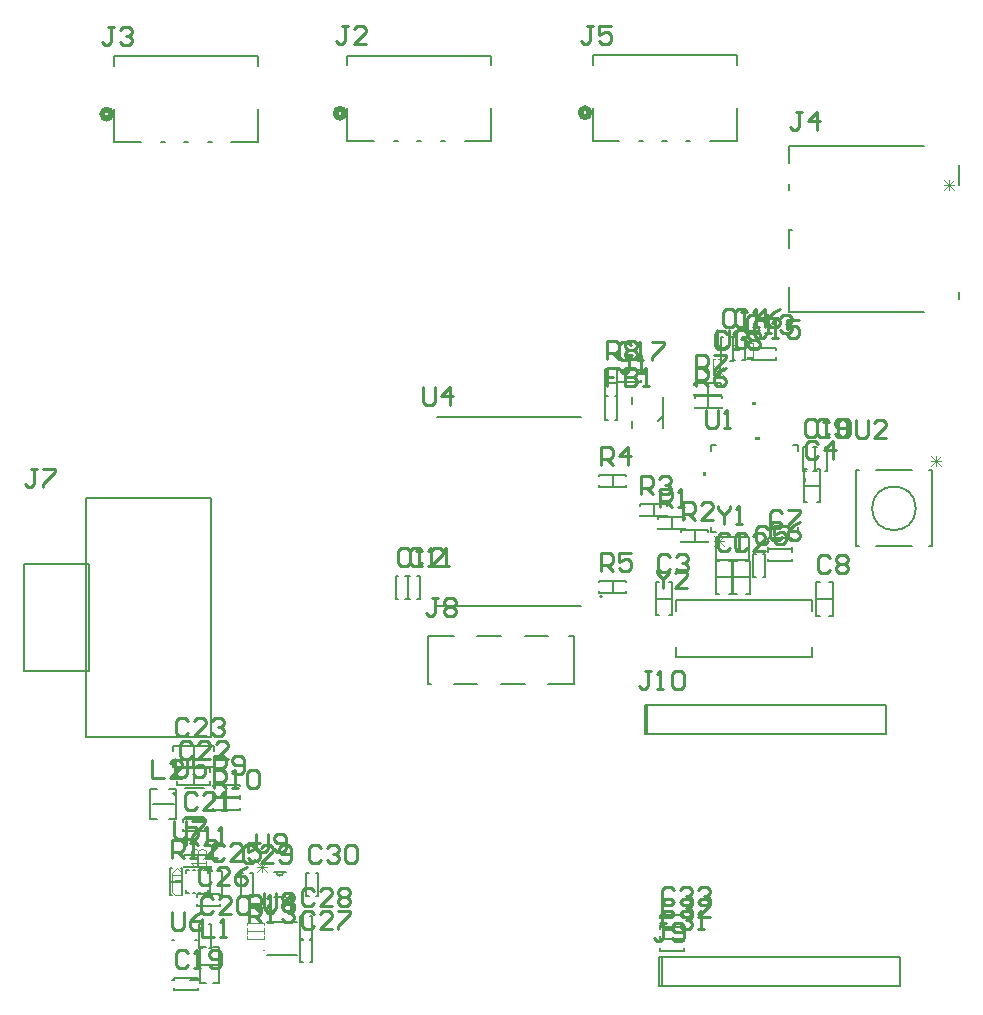
<source format=gbr>
G04*
G04 #@! TF.GenerationSoftware,Altium Limited,Altium Designer,24.4.1 (13)*
G04*
G04 Layer_Color=65535*
%FSLAX44Y44*%
%MOMM*%
G71*
G04*
G04 #@! TF.SameCoordinates,85F95AA7-1CD2-4A53-B858-D1680FFA15A6*
G04*
G04*
G04 #@! TF.FilePolarity,Positive*
G04*
G01*
G75*
%ADD10C,0.5080*%
%ADD11C,0.1524*%
%ADD12C,0.2000*%
%ADD13C,0.1270*%
%ADD14C,0.1500*%
%ADD15C,0.1000*%
%ADD16C,0.0762*%
%ADD17C,0.2540*%
G36*
X580352Y444655D02*
Y440845D01*
X577812D01*
Y444655D01*
X580352D01*
D02*
G37*
G36*
X637095Y389102D02*
Y386562D01*
X640905D01*
Y389102D01*
X637095D01*
D02*
G37*
G36*
X662648Y439655D02*
Y435845D01*
X665188D01*
Y439655D01*
X662648D01*
D02*
G37*
G36*
X622095Y471398D02*
Y473938D01*
X625905D01*
Y471398D01*
X622095D01*
D02*
G37*
G36*
X623105Y503690D02*
X619295D01*
Y501150D01*
X623105D01*
Y503690D01*
D02*
G37*
G36*
X618805Y539310D02*
X614995D01*
Y541850D01*
X618805D01*
Y539310D01*
D02*
G37*
D10*
X76750Y747500D02*
G03*
X76750Y747500I-3810J0D01*
G01*
X481750Y748698D02*
G03*
X481750Y748698I-3810J0D01*
G01*
X274250Y748250D02*
G03*
X274250Y748250I-3810J0D01*
G01*
D11*
X758042Y413750D02*
G03*
X758042Y413750I-18542J0D01*
G01*
X216418Y105791D02*
G03*
X222514Y105791I3048J0D01*
G01*
X131201Y172250D02*
G03*
X131201Y172250I-1016J0D01*
G01*
X79290Y723730D02*
Y751687D01*
Y796374D02*
X201210D01*
X79290Y788313D02*
Y796374D01*
Y723730D02*
X101970D01*
X201210D02*
Y751687D01*
X118530Y723730D02*
X121970D01*
X138530D02*
X141970D01*
X158530D02*
X161970D01*
X178530D02*
X201210D01*
Y788313D02*
Y796374D01*
X484290Y724928D02*
Y752885D01*
Y797572D02*
X606210D01*
X484290Y789511D02*
Y797572D01*
Y724928D02*
X506970D01*
X606210D02*
Y752885D01*
X523530Y724928D02*
X526970D01*
X543530D02*
X546970D01*
X563530D02*
X566970D01*
X583530D02*
X606210D01*
Y789511D02*
Y797572D01*
X769137Y381492D02*
X771758D01*
X724137D02*
X754863D01*
X707242Y446008D02*
X709863D01*
X724137D02*
X754863D01*
X769137D02*
X771758D01*
Y381492D02*
Y446008D01*
X707242Y381492D02*
X709863D01*
X707242D02*
Y446008D01*
X658330Y393420D02*
Y397899D01*
X653851Y467080D02*
X658330D01*
X584670Y462601D02*
Y467080D01*
Y393420D02*
X589149D01*
X653851D02*
X658330D01*
Y462601D02*
Y467080D01*
X584670D02*
X589149D01*
X584670Y393420D02*
Y397899D01*
X214409Y84709D02*
X224523D01*
X214409Y105791D02*
X224523D01*
X398710Y789063D02*
Y797124D01*
X376030Y724480D02*
X398710D01*
X356030D02*
X359470D01*
X336030D02*
X339470D01*
X316030D02*
X319470D01*
X398710D02*
Y752437D01*
X276790Y724480D02*
X299470D01*
X276790Y789063D02*
Y797124D01*
X398710D01*
X276790Y724480D02*
Y752437D01*
X650745Y649230D02*
X653285D01*
X794255Y687383D02*
Y704692D01*
X650745Y634031D02*
Y649969D01*
Y580269D02*
X764734D01*
X650745Y706031D02*
Y720731D01*
X764734D01*
X794255Y590768D02*
Y596617D01*
X650745Y683031D02*
Y687969D01*
Y580269D02*
Y600969D01*
X155613Y88475D02*
X158521D01*
X139979D02*
X142886D01*
X158521D02*
Y90977D01*
X155613Y107525D02*
X158521D01*
X139979Y105023D02*
Y107525D01*
X142886D01*
X139979Y88475D02*
Y90977D01*
X145611Y107525D02*
X147888D01*
X158521Y105023D02*
Y107525D01*
X150612D02*
X152889D01*
X145611Y88475D02*
X147888D01*
X150612D02*
X152889D01*
X161198Y220335D02*
Y422265D01*
X55280D02*
X161198D01*
X55280Y220335D02*
Y422265D01*
Y220335D02*
X161198D01*
X57820Y276088D02*
Y366512D01*
X3210D02*
X57820D01*
X3210Y276088D02*
Y366512D01*
Y276088D02*
X57820D01*
X139503Y152431D02*
X154997D01*
X139503Y177069D02*
X154997D01*
D12*
X492500Y338950D02*
G03*
X492500Y338950I-1000J0D01*
G01*
X205900Y39500D02*
G03*
X205900Y39500I-500J0D01*
G01*
X615250Y391750D02*
G03*
X615250Y391750I-500J0D01*
G01*
X143775Y14525D02*
X149025D01*
X128025D02*
X129525D01*
X128025Y48525D02*
X129525D01*
X147525D02*
X149025D01*
X162750Y12250D02*
X167750D01*
Y42250D01*
X162750D02*
X167750D01*
X151750Y12250D02*
X156750D01*
X151750D02*
Y42250D01*
X156750D01*
X151750Y27250D02*
X167750D01*
X530500Y223000D02*
Y247000D01*
X528500Y223000D02*
Y247000D01*
Y223000D02*
X732500D01*
Y247000D01*
X528500D02*
X732500D01*
X543000Y9500D02*
Y33500D01*
X541000Y9500D02*
Y33500D01*
Y9500D02*
X745000D01*
Y33500D01*
X541000D02*
X745000D01*
X366750Y265250D02*
X386750D01*
Y305250D02*
X406750D01*
Y265250D02*
X426750D01*
Y305250D02*
X446750D01*
Y265250D02*
X468750D01*
Y305250D01*
X464750D02*
X468750D01*
X344750D02*
X366750D01*
X344750Y265250D02*
Y305250D01*
Y265250D02*
X347750D01*
X518000Y482000D02*
Y488000D01*
Y502000D02*
Y508000D01*
X544000Y482000D02*
Y508000D01*
X540000Y488000D02*
X544000Y492000D01*
X555000Y287500D02*
Y296750D01*
Y326750D02*
Y336000D01*
X670500Y326750D02*
Y336000D01*
Y287500D02*
Y296750D01*
X555000Y336000D02*
X670500D01*
X555000Y287500D02*
X670500D01*
D13*
X352500Y491250D02*
X474500D01*
X352500Y331250D02*
X474500D01*
X208400Y35650D02*
X234400D01*
X208400Y63350D02*
X234400D01*
D14*
X494920Y520250D02*
X505080D01*
X494920Y508820D02*
X496190D01*
X494920D02*
Y531680D01*
X496190D01*
X503810D02*
X505080D01*
Y508820D02*
Y531680D01*
X503810Y508820D02*
X505080D01*
X603000Y559000D02*
X605000D01*
X603000Y539000D02*
Y559000D01*
Y539000D02*
X605000D01*
X611000D02*
X613000D01*
Y559000D01*
X611000D02*
X613000D01*
X639500Y547750D02*
Y549750D01*
X619500D02*
X639500D01*
X619500Y547750D02*
Y549750D01*
Y539750D02*
Y541750D01*
Y539750D02*
X639500D01*
Y541750D01*
X593000Y558500D02*
X595000D01*
X593000Y538500D02*
Y558500D01*
Y538500D02*
X595000D01*
X601000D02*
X603000D01*
Y558500D01*
X601000D02*
X603000D01*
X582250Y498420D02*
Y508580D01*
X570820Y507310D02*
Y508580D01*
X593680D01*
Y507310D02*
Y508580D01*
Y498420D02*
Y499690D01*
X570820Y498420D02*
X593680D01*
X570820D02*
Y499690D01*
X582000Y509420D02*
Y519580D01*
X570570Y518310D02*
Y519580D01*
X593430D01*
Y518310D02*
Y519580D01*
Y509420D02*
Y510690D01*
X570570Y509420D02*
X593430D01*
X570570D02*
Y510690D01*
X151350Y61650D02*
X153350D01*
X151350Y41650D02*
Y61650D01*
Y41650D02*
X153350D01*
X159350D02*
X161350D01*
Y61650D01*
X159350D02*
X161350D01*
X130000Y6000D02*
Y8000D01*
Y6000D02*
X150000D01*
Y8000D01*
Y14000D02*
Y16000D01*
X130000D02*
X150000D01*
X130000Y14000D02*
Y16000D01*
X551500Y395920D02*
Y406080D01*
X540070Y404810D02*
Y406080D01*
X562930D01*
Y404810D02*
Y406080D01*
Y395920D02*
Y397190D01*
X540070Y395920D02*
X562930D01*
X540070D02*
Y397190D01*
X672750Y445650D02*
X674750D01*
X672750D02*
Y465650D01*
X674750D01*
X680750D02*
X682750D01*
Y445650D02*
Y465650D01*
X680750Y445650D02*
X682750D01*
X561600Y59250D02*
Y61250D01*
X541600Y59250D02*
X561600D01*
X541600D02*
Y61250D01*
Y67250D02*
Y69250D01*
X561600D01*
Y67250D02*
Y69250D01*
Y49250D02*
Y51250D01*
X541600Y49250D02*
X561600D01*
X541600D02*
Y51250D01*
Y57250D02*
Y59250D01*
X561600D01*
Y57250D02*
Y59250D01*
X603500Y355500D02*
X617500D01*
X603500Y341500D02*
X606500D01*
X603500D02*
Y369500D01*
X606500D01*
X614500D02*
X617500D01*
Y341500D02*
Y369500D01*
X614500Y341500D02*
X617500D01*
X244750Y49500D02*
X246750D01*
Y29500D02*
Y49500D01*
X244750Y29500D02*
X246750D01*
X236750D02*
X238750D01*
X236750D02*
Y49500D01*
X238750D01*
X244750Y68500D02*
X246750D01*
Y48500D02*
Y68500D01*
X244750Y48500D02*
X246750D01*
X236750D02*
X238750D01*
X236750D02*
Y68500D01*
X238750D01*
X559320Y384920D02*
Y386190D01*
Y384920D02*
X582180D01*
Y386190D01*
Y393810D02*
Y395080D01*
X559320D02*
X582180D01*
X559320Y393810D02*
Y395080D01*
X570750Y384920D02*
Y395080D01*
X547430Y415810D02*
Y417080D01*
X524570D02*
X547430D01*
X524570Y415810D02*
Y417080D01*
Y406920D02*
Y408190D01*
Y406920D02*
X547430D01*
Y408190D01*
X536000Y406920D02*
Y417080D01*
X194716Y85000D02*
X196716D01*
Y105000D01*
X194716D02*
X196716D01*
X186716D02*
X188716D01*
X186716Y85000D02*
Y105000D01*
Y85000D02*
X188716D01*
X241966Y105150D02*
X243966D01*
X241966Y85150D02*
Y105150D01*
Y85150D02*
X243966D01*
X249966D02*
X251966D01*
Y105150D01*
X249966D02*
X251966D01*
X135560Y86320D02*
X136830D01*
Y109180D01*
X135560D02*
X136830D01*
X126670D02*
X127940D01*
X126670Y86320D02*
Y109180D01*
Y86320D02*
X127940D01*
X126670Y97750D02*
X136830D01*
X561600Y47250D02*
Y49250D01*
X541600D02*
X561600D01*
X541600Y47250D02*
Y49250D01*
Y39250D02*
Y41250D01*
Y39250D02*
X561600D01*
Y41250D01*
X652900Y377000D02*
Y379000D01*
X632900D02*
X652900D01*
X632900Y377000D02*
Y379000D01*
Y369000D02*
Y371000D01*
Y369000D02*
X652900D01*
Y371000D01*
X505250Y520750D02*
Y522750D01*
Y520750D02*
X525250D01*
Y522750D01*
Y528750D02*
Y530750D01*
X505250D02*
X525250D01*
X505250Y528750D02*
Y530750D01*
X146500Y194500D02*
Y212500D01*
X129500Y194500D02*
Y198500D01*
Y194500D02*
X163500D01*
Y198500D01*
Y208500D02*
Y212500D01*
X129500D02*
X163500D01*
X129500Y208500D02*
Y212500D01*
X160750Y190500D02*
Y193500D01*
X132750D02*
X160750D01*
X132750Y190500D02*
Y193500D01*
Y179500D02*
Y182500D01*
Y179500D02*
X160750D01*
Y182500D01*
X146750Y179500D02*
Y193500D01*
X162820Y169670D02*
Y170940D01*
Y169670D02*
X185680D01*
Y170940D01*
Y178560D02*
Y179830D01*
X162820D02*
X185680D01*
X162820Y178560D02*
Y179830D01*
X174250Y169670D02*
Y179830D01*
X111750Y163500D02*
X129750D01*
X109750Y176500D02*
X115750D01*
X109750Y150500D02*
Y176500D01*
Y150500D02*
X115750D01*
X125750D02*
X131750D01*
Y176500D01*
X125750D02*
X131750D01*
X185680Y167560D02*
Y168830D01*
X162820D02*
X185680D01*
X162820Y167560D02*
Y168830D01*
Y158670D02*
Y159940D01*
Y158670D02*
X185680D01*
Y159940D01*
X174250Y158670D02*
Y168830D01*
X138570Y109670D02*
Y110940D01*
Y109670D02*
X161430D01*
Y110940D01*
Y118560D02*
Y119830D01*
X138570D02*
X161430D01*
X138570Y118560D02*
Y119830D01*
X150000Y109670D02*
Y119830D01*
X157350Y148500D02*
Y150500D01*
X137350D02*
X157350D01*
X137350Y148500D02*
Y150500D01*
Y140500D02*
Y142500D01*
Y140500D02*
X157350D01*
Y142500D01*
X169250Y85000D02*
Y87000D01*
X149250D02*
X169250D01*
X149250Y85000D02*
Y87000D01*
Y77000D02*
Y79000D01*
Y77000D02*
X169250D01*
Y79000D01*
X168250Y86500D02*
X170250D01*
Y106500D01*
X168250D02*
X170250D01*
X160250D02*
X162250D01*
X160250Y86500D02*
Y106500D01*
Y86500D02*
X162250D01*
X512930Y351060D02*
Y352330D01*
X490070D02*
X512930D01*
X490070Y351060D02*
Y352330D01*
Y342170D02*
Y343440D01*
Y342170D02*
X512930D01*
Y343440D01*
X501500Y342170D02*
Y352330D01*
X512930Y441060D02*
Y442330D01*
X490070D02*
X512930D01*
X490070Y441060D02*
Y442330D01*
Y432170D02*
Y433440D01*
Y432170D02*
X512930D01*
Y433440D01*
X501500Y432170D02*
Y442330D01*
X628500Y355500D02*
X630500D01*
Y375500D01*
X628500D02*
X630500D01*
X620500D02*
X622500D01*
X620500Y355500D02*
Y375500D01*
Y355500D02*
X622500D01*
X673500Y351000D02*
X676500D01*
X673500Y323000D02*
Y351000D01*
Y323000D02*
X676500D01*
X684500D02*
X687500D01*
Y351000D01*
X684500D02*
X687500D01*
X673500Y337000D02*
X687500D01*
X328000Y356750D02*
X330000D01*
X328000Y336750D02*
Y356750D01*
Y336750D02*
X330000D01*
X336000D02*
X338000D01*
Y356750D01*
X336000D02*
X338000D01*
X652900Y387000D02*
Y389000D01*
X632900D02*
X652900D01*
X632900Y387000D02*
Y389000D01*
Y379000D02*
Y381000D01*
Y379000D02*
X652900D01*
Y381000D01*
X495000Y508750D02*
X497000D01*
X495000Y488750D02*
Y508750D01*
Y488750D02*
X497000D01*
X503000D02*
X505000D01*
Y508750D01*
X503000D02*
X505000D01*
X325750Y336750D02*
X327750D01*
Y356750D01*
X325750D02*
X327750D01*
X317750D02*
X319750D01*
X317750Y336750D02*
Y356750D01*
Y336750D02*
X319750D01*
X670750Y445650D02*
X672750D01*
Y465650D01*
X670750D02*
X672750D01*
X662750D02*
X664750D01*
X662750Y445650D02*
Y465650D01*
Y445650D02*
X664750D01*
X599500Y341500D02*
X602500D01*
Y369500D01*
X599500D02*
X602500D01*
X588500D02*
X591500D01*
X588500Y341500D02*
Y369500D01*
Y341500D02*
X591500D01*
X588500Y355500D02*
X602500D01*
X588750Y389750D02*
X616750D01*
X588750Y369750D02*
Y389750D01*
Y369750D02*
X616750D01*
Y389750D01*
X538000Y351250D02*
X541000D01*
X538000Y323250D02*
Y351250D01*
Y323250D02*
X541000D01*
X549000D02*
X552000D01*
Y351250D01*
X549000D02*
X552000D01*
X538000Y337250D02*
X552000D01*
X674250Y418750D02*
X677250D01*
Y446750D01*
X674250D02*
X677250D01*
X663250D02*
X666250D01*
X663250Y418750D02*
Y446750D01*
Y418750D02*
X666250D01*
X663250Y432750D02*
X677250D01*
D15*
X590500Y526400D02*
X592500D01*
Y539900D01*
X590500D02*
X592500D01*
X586000D02*
X588000D01*
X586000Y526400D02*
Y539900D01*
Y526400D02*
X588000D01*
X617750Y554000D02*
X619750D01*
Y540500D02*
Y554000D01*
X617750Y540500D02*
X619750D01*
X613250D02*
X615250D01*
X613250D02*
Y554000D01*
X615250D01*
X205750Y53750D02*
Y55750D01*
X191750D02*
X205750D01*
X191750Y53750D02*
Y55750D01*
Y49250D02*
Y51250D01*
Y49250D02*
X205750D01*
Y51250D01*
Y60750D02*
Y62750D01*
X191750D02*
X205750D01*
X191750Y60750D02*
Y62750D01*
Y56250D02*
Y58250D01*
Y56250D02*
X205750D01*
Y58250D01*
D16*
X778930Y457946D02*
X770466Y449482D01*
Y457946D02*
X778930Y449482D01*
X774698Y457946D02*
Y449482D01*
X770466Y453714D02*
X778930D01*
X587270Y382117D02*
X595734Y390581D01*
Y382117D02*
X587270Y390581D01*
X591502Y382117D02*
Y390581D01*
X595734Y386349D02*
X587270D01*
X200035Y114600D02*
X208499Y106136D01*
X200035D02*
X208499Y114600D01*
X200035Y110368D02*
X208499D01*
X204267Y106136D02*
Y114600D01*
X587455Y534330D02*
X595919Y525866D01*
X587455D02*
X595919Y534330D01*
X587455Y530098D02*
X595919D01*
X591687Y525866D02*
Y534330D01*
X781770Y682885D02*
X790234Y691349D01*
Y682885D02*
X781770Y691349D01*
X786002Y682885D02*
Y691349D01*
X790234Y687117D02*
X781770D01*
X128549Y96651D02*
Y105115D01*
X132781Y109347D01*
X137013Y105115D01*
Y96651D01*
Y102999D01*
X128549D01*
X137013Y97229D02*
X134897Y99345D01*
X130665D01*
X128549Y97229D01*
Y88765D01*
X130665Y86649D01*
X134897D01*
X137013Y88765D01*
X157250Y111250D02*
Y115482D01*
Y113366D01*
X144554D01*
X146670Y111250D01*
X146290Y117050D02*
X144174Y119166D01*
Y123398D01*
X146290Y125514D01*
X148406D01*
X150522Y123398D01*
Y121282D01*
Y123398D01*
X152638Y125514D01*
X154754D01*
X156870Y123398D01*
Y119166D01*
X154754Y117050D01*
D17*
X128524Y72385D02*
Y59689D01*
X131063Y57150D01*
X136142D01*
X138681Y59689D01*
Y72385D01*
X153916D02*
X148837Y69846D01*
X143759Y64767D01*
Y59689D01*
X146298Y57150D01*
X151377D01*
X153916Y59689D01*
Y62228D01*
X151377Y64767D01*
X143759D01*
X206502Y88133D02*
Y75437D01*
X209041Y72898D01*
X214119D01*
X216659Y75437D01*
Y88133D01*
X221737Y85594D02*
X224276Y88133D01*
X229355D01*
X231894Y85594D01*
Y83055D01*
X229355Y80515D01*
X231894Y77976D01*
Y75437D01*
X229355Y72898D01*
X224276D01*
X221737Y75437D01*
Y77976D01*
X224276Y80515D01*
X221737Y83055D01*
Y85594D01*
X224276Y80515D02*
X229355D01*
X153416Y66035D02*
Y50800D01*
X163573D01*
X168651D02*
X173729D01*
X171190D01*
Y66035D01*
X168651Y63496D01*
X163319Y82800D02*
X160779Y85339D01*
X155701D01*
X153162Y82800D01*
Y72643D01*
X155701Y70104D01*
X160779D01*
X163319Y72643D01*
X178554Y70104D02*
X168397D01*
X178554Y80261D01*
Y82800D01*
X176015Y85339D01*
X170936D01*
X168397Y82800D01*
X183632D02*
X186171Y85339D01*
X191250D01*
X193789Y82800D01*
Y72643D01*
X191250Y70104D01*
X186171D01*
X183632Y72643D01*
Y82800D01*
X141983Y37080D02*
X139444Y39619D01*
X134365D01*
X131826Y37080D01*
Y26923D01*
X134365Y24384D01*
X139444D01*
X141983Y26923D01*
X147061Y24384D02*
X152139D01*
X149600D01*
Y39619D01*
X147061Y37080D01*
X159757Y26923D02*
X162296Y24384D01*
X167374D01*
X169914Y26923D01*
Y37080D01*
X167374Y39619D01*
X162296D01*
X159757Y37080D01*
Y34541D01*
X162296Y32002D01*
X169914D01*
X684731Y486624D02*
X682191Y489163D01*
X677113D01*
X674574Y486624D01*
Y476467D01*
X677113Y473928D01*
X682191D01*
X684731Y476467D01*
X689809D02*
X692348Y473928D01*
X697427D01*
X699966Y476467D01*
Y486624D01*
X697427Y489163D01*
X692348D01*
X689809Y486624D01*
Y484085D01*
X692348Y481545D01*
X699966D01*
X534159Y275839D02*
X529080D01*
X531619D01*
Y263143D01*
X529080Y260604D01*
X526541D01*
X524002Y263143D01*
X539237Y260604D02*
X544315D01*
X541776D01*
Y275839D01*
X539237Y273300D01*
X551933D02*
X554472Y275839D01*
X559551D01*
X562090Y273300D01*
Y263143D01*
X559551Y260604D01*
X554472D01*
X551933Y263143D01*
Y273300D01*
X340360Y516885D02*
Y504189D01*
X342899Y501650D01*
X347977D01*
X350517Y504189D01*
Y516885D01*
X363213Y501650D02*
Y516885D01*
X355595Y509268D01*
X365752D01*
X707644Y488437D02*
Y475741D01*
X710183Y473202D01*
X715262D01*
X717801Y475741D01*
Y488437D01*
X733036Y473202D02*
X722879D01*
X733036Y483359D01*
Y485898D01*
X730497Y488437D01*
X725418D01*
X722879Y485898D01*
X580340Y496783D02*
Y484087D01*
X582879Y481548D01*
X587957D01*
X590497Y484087D01*
Y496783D01*
X595575Y481548D02*
X600653D01*
X598114D01*
Y496783D01*
X595575Y494244D01*
X484375Y822447D02*
X479296D01*
X481836D01*
Y809751D01*
X479296Y807212D01*
X476757D01*
X474218Y809751D01*
X499610Y822447D02*
X489453D01*
Y814829D01*
X494531Y817369D01*
X497071D01*
X499610Y814829D01*
Y809751D01*
X497071Y807212D01*
X491992D01*
X489453Y809751D01*
X79245Y821177D02*
X74166D01*
X76705D01*
Y808481D01*
X74166Y805942D01*
X71627D01*
X69088Y808481D01*
X84323Y818638D02*
X86862Y821177D01*
X91941D01*
X94480Y818638D01*
Y816099D01*
X91941Y813559D01*
X89401D01*
X91941D01*
X94480Y811020D01*
Y808481D01*
X91941Y805942D01*
X86862D01*
X84323Y808481D01*
X276857Y821939D02*
X271778D01*
X274317D01*
Y809243D01*
X271778Y806704D01*
X269239D01*
X266700Y809243D01*
X292092Y806704D02*
X281935D01*
X292092Y816861D01*
Y819400D01*
X289553Y821939D01*
X284474D01*
X281935Y819400D01*
X661413Y749041D02*
X656334D01*
X658874D01*
Y736345D01*
X656334Y733806D01*
X653795D01*
X651256Y736345D01*
X674109Y733806D02*
Y749041D01*
X666491Y741423D01*
X676648D01*
X253997Y126234D02*
X251458Y128773D01*
X246379D01*
X243840Y126234D01*
Y116077D01*
X246379Y113538D01*
X251458D01*
X253997Y116077D01*
X259075Y126234D02*
X261614Y128773D01*
X266693D01*
X269232Y126234D01*
Y123695D01*
X266693Y121156D01*
X264153D01*
X266693D01*
X269232Y118616D01*
Y116077D01*
X266693Y113538D01*
X261614D01*
X259075Y116077D01*
X274310Y126234D02*
X276849Y128773D01*
X281928D01*
X284467Y126234D01*
Y116077D01*
X281928Y113538D01*
X276849D01*
X274310Y116077D01*
Y126234D01*
X198625Y125980D02*
X196085Y128519D01*
X191007D01*
X188468Y125980D01*
Y115823D01*
X191007Y113284D01*
X196085D01*
X198625Y115823D01*
X213860Y113284D02*
X203703D01*
X213860Y123441D01*
Y125980D01*
X211321Y128519D01*
X206242D01*
X203703Y125980D01*
X218938Y115823D02*
X221477Y113284D01*
X226556D01*
X229095Y115823D01*
Y125980D01*
X226556Y128519D01*
X221477D01*
X218938Y125980D01*
Y123441D01*
X221477Y120901D01*
X229095D01*
X130302Y149093D02*
Y136397D01*
X132841Y133858D01*
X137920D01*
X140459Y136397D01*
Y149093D01*
X145537D02*
X155694D01*
Y146554D01*
X145537Y136397D01*
Y133858D01*
X128262Y118070D02*
Y133305D01*
X135879D01*
X138419Y130766D01*
Y125688D01*
X135879Y123148D01*
X128262D01*
X133340D02*
X138419Y118070D01*
X143497D02*
X148575D01*
X146036D01*
Y133305D01*
X143497Y130766D01*
X166350Y118070D02*
X156193D01*
X166350Y128227D01*
Y130766D01*
X163811Y133305D01*
X158732D01*
X156193Y130766D01*
X553463Y90420D02*
X550924Y92959D01*
X545845D01*
X543306Y90420D01*
Y80263D01*
X545845Y77724D01*
X550924D01*
X553463Y80263D01*
X558541Y90420D02*
X561080Y92959D01*
X566159D01*
X568698Y90420D01*
Y87881D01*
X566159Y85342D01*
X563619D01*
X566159D01*
X568698Y82802D01*
Y80263D01*
X566159Y77724D01*
X561080D01*
X558541Y80263D01*
X573776Y90420D02*
X576315Y92959D01*
X581394D01*
X583933Y90420D01*
Y87881D01*
X581394Y85342D01*
X578854D01*
X581394D01*
X583933Y82802D01*
Y80263D01*
X581394Y77724D01*
X576315D01*
X573776Y80263D01*
X553463Y80260D02*
X550924Y82799D01*
X545845D01*
X543306Y80260D01*
Y70103D01*
X545845Y67564D01*
X550924D01*
X553463Y70103D01*
X558541Y80260D02*
X561080Y82799D01*
X566159D01*
X568698Y80260D01*
Y77721D01*
X566159Y75181D01*
X563619D01*
X566159D01*
X568698Y72642D01*
Y70103D01*
X566159Y67564D01*
X561080D01*
X558541Y70103D01*
X583933Y67564D02*
X573776D01*
X583933Y77721D01*
Y80260D01*
X581394Y82799D01*
X576315D01*
X573776Y80260D01*
X553463Y70354D02*
X550924Y72893D01*
X545845D01*
X543306Y70354D01*
Y60197D01*
X545845Y57658D01*
X550924D01*
X553463Y60197D01*
X558541Y70354D02*
X561080Y72893D01*
X566159D01*
X568698Y70354D01*
Y67815D01*
X566159Y65276D01*
X563619D01*
X566159D01*
X568698Y62736D01*
Y60197D01*
X566159Y57658D01*
X561080D01*
X558541Y60197D01*
X573776Y57658D02*
X578854D01*
X576315D01*
Y72893D01*
X573776Y70354D01*
X248663Y89658D02*
X246124Y92197D01*
X241045D01*
X238506Y89658D01*
Y79501D01*
X241045Y76962D01*
X246124D01*
X248663Y79501D01*
X263898Y76962D02*
X253741D01*
X263898Y87119D01*
Y89658D01*
X261359Y92197D01*
X256280D01*
X253741Y89658D01*
X268976D02*
X271515Y92197D01*
X276594D01*
X279133Y89658D01*
Y87119D01*
X276594Y84579D01*
X279133Y82040D01*
Y79501D01*
X276594Y76962D01*
X271515D01*
X268976Y79501D01*
Y82040D01*
X271515Y84579D01*
X268976Y87119D01*
Y89658D01*
X271515Y84579D02*
X276594D01*
X644903Y400046D02*
X642364Y402585D01*
X637285D01*
X634746Y400046D01*
Y389889D01*
X637285Y387350D01*
X642364D01*
X644903Y389889D01*
X660138Y402585D02*
X655059Y400046D01*
X649981Y394967D01*
Y389889D01*
X652520Y387350D01*
X657599D01*
X660138Y389889D01*
Y392428D01*
X657599Y394967D01*
X649981D01*
X199136Y138171D02*
Y125475D01*
X201675Y122936D01*
X206754D01*
X209293Y125475D01*
Y138171D01*
X214371Y125475D02*
X216910Y122936D01*
X221989D01*
X224528Y125475D01*
Y135632D01*
X221989Y138171D01*
X216910D01*
X214371Y135632D01*
Y133093D01*
X216910Y130554D01*
X224528D01*
X193802Y70866D02*
Y86101D01*
X201420D01*
X203959Y83562D01*
Y78484D01*
X201420Y75944D01*
X193802D01*
X198880D02*
X203959Y70866D01*
X209037D02*
X214115D01*
X211576D01*
Y86101D01*
X209037Y83562D01*
X229350Y70866D02*
Y86101D01*
X221733Y78484D01*
X231890D01*
X193802Y63754D02*
Y78989D01*
X201420D01*
X203959Y76450D01*
Y71371D01*
X201420Y68832D01*
X193802D01*
X198880D02*
X203959Y63754D01*
X209037D02*
X214115D01*
X211576D01*
Y78989D01*
X209037Y76450D01*
X221733D02*
X224272Y78989D01*
X229350D01*
X231890Y76450D01*
Y73911D01*
X229350Y71371D01*
X226811D01*
X229350D01*
X231890Y68832D01*
Y66293D01*
X229350Y63754D01*
X224272D01*
X221733Y66293D01*
X139692Y128484D02*
Y143719D01*
X147310D01*
X149849Y141180D01*
Y136102D01*
X147310Y133562D01*
X139692D01*
X144770D02*
X149849Y128484D01*
X154927D02*
X160005D01*
X157466D01*
Y143719D01*
X154927Y141180D01*
X167623Y128484D02*
X172701D01*
X170162D01*
Y143719D01*
X167623Y141180D01*
X164076Y177252D02*
Y192487D01*
X171693D01*
X174233Y189948D01*
Y184869D01*
X171693Y182330D01*
X164076D01*
X169154D02*
X174233Y177252D01*
X179311D02*
X184389D01*
X181850D01*
Y192487D01*
X179311Y189948D01*
X192007D02*
X194546Y192487D01*
X199625D01*
X202164Y189948D01*
Y179791D01*
X199625Y177252D01*
X194546D01*
X192007Y179791D01*
Y189948D01*
X164076Y188428D02*
Y203663D01*
X171693D01*
X174233Y201124D01*
Y196045D01*
X171693Y193506D01*
X164076D01*
X169154D02*
X174233Y188428D01*
X179311Y190967D02*
X181850Y188428D01*
X186929D01*
X189468Y190967D01*
Y201124D01*
X186929Y203663D01*
X181850D01*
X179311Y201124D01*
Y198585D01*
X181850Y196045D01*
X189468D01*
X496570Y540512D02*
Y555747D01*
X504188D01*
X506727Y553208D01*
Y548130D01*
X504188Y545590D01*
X496570D01*
X501648D02*
X506727Y540512D01*
X511805Y553208D02*
X514344Y555747D01*
X519423D01*
X521962Y553208D01*
Y550669D01*
X519423Y548130D01*
X521962Y545590D01*
Y543051D01*
X519423Y540512D01*
X514344D01*
X511805Y543051D01*
Y545590D01*
X514344Y548130D01*
X511805Y550669D01*
Y553208D01*
X514344Y548130D02*
X519423D01*
X110998Y200655D02*
Y185420D01*
X121155D01*
X136390D02*
X126233D01*
X136390Y195577D01*
Y198116D01*
X133851Y200655D01*
X128772D01*
X126233Y198116D01*
X546605Y62479D02*
X541526D01*
X544066D01*
Y49783D01*
X541526Y47244D01*
X538987D01*
X536448Y49783D01*
X551683D02*
X554222Y47244D01*
X559301D01*
X561840Y49783D01*
Y59940D01*
X559301Y62479D01*
X554222D01*
X551683Y59940D01*
Y57401D01*
X554222Y54861D01*
X561840D01*
X353565Y338069D02*
X348486D01*
X351026D01*
Y325373D01*
X348486Y322834D01*
X345947D01*
X343408Y325373D01*
X358643Y335530D02*
X361182Y338069D01*
X366261D01*
X368800Y335530D01*
Y332991D01*
X366261Y330452D01*
X368800Y327912D01*
Y325373D01*
X366261Y322834D01*
X361182D01*
X358643Y325373D01*
Y327912D01*
X361182Y330452D01*
X358643Y332991D01*
Y335530D01*
X361182Y330452D02*
X366261D01*
X13967Y447035D02*
X8888D01*
X11428D01*
Y434339D01*
X8888Y431800D01*
X6349D01*
X3810Y434339D01*
X19045Y447035D02*
X29202D01*
Y444496D01*
X19045Y434339D01*
Y431800D01*
X248663Y70608D02*
X246124Y73147D01*
X241045D01*
X238506Y70608D01*
Y60451D01*
X241045Y57912D01*
X246124D01*
X248663Y60451D01*
X263898Y57912D02*
X253741D01*
X263898Y68069D01*
Y70608D01*
X261359Y73147D01*
X256280D01*
X253741Y70608D01*
X268976Y73147D02*
X279133D01*
Y70608D01*
X268976Y60451D01*
Y57912D01*
X161287Y107946D02*
X158748Y110485D01*
X153669D01*
X151130Y107946D01*
Y97789D01*
X153669Y95250D01*
X158748D01*
X161287Y97789D01*
X176522Y95250D02*
X166365D01*
X176522Y105407D01*
Y107946D01*
X173983Y110485D01*
X168904D01*
X166365Y107946D01*
X191757Y110485D02*
X186679Y107946D01*
X181600Y102867D01*
Y97789D01*
X184139Y95250D01*
X189218D01*
X191757Y97789D01*
Y100328D01*
X189218Y102867D01*
X181600D01*
X172209Y127504D02*
X169669Y130043D01*
X164591D01*
X162052Y127504D01*
Y117347D01*
X164591Y114808D01*
X169669D01*
X172209Y117347D01*
X187444Y114808D02*
X177287D01*
X187444Y124965D01*
Y127504D01*
X184905Y130043D01*
X179826D01*
X177287Y127504D01*
X202679Y130043D02*
X192522D01*
Y122425D01*
X197600Y124965D01*
X200140D01*
X202679Y122425D01*
Y117347D01*
X200140Y114808D01*
X195061D01*
X192522Y117347D01*
X141475Y233676D02*
X138935Y236215D01*
X133857D01*
X131318Y233676D01*
Y223519D01*
X133857Y220980D01*
X138935D01*
X141475Y223519D01*
X156710Y220980D02*
X146553D01*
X156710Y231137D01*
Y233676D01*
X154171Y236215D01*
X149092D01*
X146553Y233676D01*
X161788D02*
X164327Y236215D01*
X169406D01*
X171945Y233676D01*
Y231137D01*
X169406Y228598D01*
X166866D01*
X169406D01*
X171945Y226058D01*
Y223519D01*
X169406Y220980D01*
X164327D01*
X161788Y223519D01*
X144777Y214626D02*
X142238Y217165D01*
X137159D01*
X134620Y214626D01*
Y204469D01*
X137159Y201930D01*
X142238D01*
X144777Y204469D01*
X160012Y201930D02*
X149855D01*
X160012Y212087D01*
Y214626D01*
X157473Y217165D01*
X152394D01*
X149855Y214626D01*
X175247Y201930D02*
X165090D01*
X175247Y212087D01*
Y214626D01*
X172708Y217165D01*
X167629D01*
X165090Y214626D01*
X149349Y171446D02*
X146810Y173985D01*
X141731D01*
X139192Y171446D01*
Y161289D01*
X141731Y158750D01*
X146810D01*
X149349Y161289D01*
X164584Y158750D02*
X154427D01*
X164584Y168907D01*
Y171446D01*
X162045Y173985D01*
X156966D01*
X154427Y171446D01*
X169662Y158750D02*
X174741D01*
X172201D01*
Y173985D01*
X169662Y171446D01*
X598167Y561336D02*
X595628Y563875D01*
X590549D01*
X588010Y561336D01*
Y551179D01*
X590549Y548640D01*
X595628D01*
X598167Y551179D01*
X603245Y548640D02*
X608323D01*
X605784D01*
Y563875D01*
X603245Y561336D01*
X615941D02*
X618480Y563875D01*
X623559D01*
X626098Y561336D01*
Y558797D01*
X623559Y556258D01*
X626098Y553718D01*
Y551179D01*
X623559Y548640D01*
X618480D01*
X615941Y551179D01*
Y553718D01*
X618480Y556258D01*
X615941Y558797D01*
Y561336D01*
X618480Y556258D02*
X623559D01*
X517141Y551938D02*
X514602Y554477D01*
X509523D01*
X506984Y551938D01*
Y541781D01*
X509523Y539242D01*
X514602D01*
X517141Y541781D01*
X522219Y539242D02*
X527297D01*
X524758D01*
Y554477D01*
X522219Y551938D01*
X534915Y554477D02*
X545072D01*
Y551938D01*
X534915Y541781D01*
Y539242D01*
X538856Y361705D02*
Y359166D01*
X543934Y354088D01*
X549013Y359166D01*
Y361705D01*
X543934Y354088D02*
Y346470D01*
X564248D02*
X554091D01*
X564248Y356627D01*
Y359166D01*
X561709Y361705D01*
X556630D01*
X554091Y359166D01*
X590296Y416047D02*
Y413508D01*
X595374Y408429D01*
X600453Y413508D01*
Y416047D01*
X595374Y408429D02*
Y400812D01*
X605531D02*
X610609D01*
X608070D01*
Y416047D01*
X605531Y413508D01*
X131056Y201885D02*
Y189189D01*
X133595Y186650D01*
X138673D01*
X141213Y189189D01*
Y201885D01*
X156448D02*
X146291D01*
Y194268D01*
X151369Y196807D01*
X153909D01*
X156448Y194268D01*
Y189189D01*
X153909Y186650D01*
X148830D01*
X146291Y189189D01*
X589280Y564637D02*
Y551941D01*
X591819Y549402D01*
X596898D01*
X599437Y551941D01*
Y564637D01*
X604515Y562098D02*
X607054Y564637D01*
X612133D01*
X614672Y562098D01*
Y559559D01*
X612133Y557020D01*
X609593D01*
X612133D01*
X614672Y554480D01*
Y551941D01*
X612133Y549402D01*
X607054D01*
X604515Y551941D01*
X571754Y528066D02*
Y543301D01*
X579371D01*
X581911Y540762D01*
Y535684D01*
X579371Y533144D01*
X571754D01*
X576832D02*
X581911Y528066D01*
X586989Y543301D02*
X597146D01*
Y540762D01*
X586989Y530605D01*
Y528066D01*
X572008Y517144D02*
Y532379D01*
X579626D01*
X582165Y529840D01*
Y524762D01*
X579626Y522222D01*
X572008D01*
X577086D02*
X582165Y517144D01*
X597400Y532379D02*
X592321Y529840D01*
X587243Y524762D01*
Y519683D01*
X589782Y517144D01*
X594861D01*
X597400Y519683D01*
Y522222D01*
X594861Y524762D01*
X587243D01*
X491236Y360934D02*
Y376169D01*
X498853D01*
X501393Y373630D01*
Y368551D01*
X498853Y366012D01*
X491236D01*
X496314D02*
X501393Y360934D01*
X516628Y376169D02*
X506471D01*
Y368551D01*
X511549Y371091D01*
X514089D01*
X516628Y368551D01*
Y363473D01*
X514089Y360934D01*
X509010D01*
X506471Y363473D01*
X491236Y450850D02*
Y466085D01*
X498853D01*
X501393Y463546D01*
Y458467D01*
X498853Y455928D01*
X491236D01*
X496314D02*
X501393Y450850D01*
X514089D02*
Y466085D01*
X506471Y458467D01*
X516628D01*
X525730Y425668D02*
Y440903D01*
X533348D01*
X535887Y438364D01*
Y433285D01*
X533348Y430746D01*
X525730D01*
X530808D02*
X535887Y425668D01*
X540965Y438364D02*
X543504Y440903D01*
X548583D01*
X551122Y438364D01*
Y435825D01*
X548583Y433285D01*
X546043D01*
X548583D01*
X551122Y430746D01*
Y428207D01*
X548583Y425668D01*
X543504D01*
X540965Y428207D01*
X560528Y403570D02*
Y418805D01*
X568145D01*
X570685Y416266D01*
Y411188D01*
X568145Y408648D01*
X560528D01*
X565606D02*
X570685Y403570D01*
X585920D02*
X575763D01*
X585920Y413727D01*
Y416266D01*
X583381Y418805D01*
X578302D01*
X575763Y416266D01*
X541224Y414746D02*
Y429981D01*
X548842D01*
X551381Y427442D01*
Y422364D01*
X548842Y419824D01*
X541224D01*
X546302D02*
X551381Y414746D01*
X556459D02*
X561537D01*
X558998D01*
Y429981D01*
X556459Y427442D01*
X517649Y543809D02*
X512570D01*
X515109D01*
Y531113D01*
X512570Y528574D01*
X510031D01*
X507492Y531113D01*
X522727Y528574D02*
X527805D01*
X525266D01*
Y543809D01*
X522727Y541270D01*
X506981Y532379D02*
X496824D01*
Y524762D01*
X501902D01*
X496824D01*
Y517144D01*
X512059Y532379D02*
Y517144D01*
X519677D01*
X522216Y519683D01*
Y522222D01*
X519677Y524762D01*
X512059D01*
X519677D01*
X522216Y527301D01*
Y529840D01*
X519677Y532379D01*
X512059D01*
X527294Y517144D02*
X532373D01*
X529833D01*
Y532379D01*
X527294Y529840D01*
X614931Y580132D02*
X612392Y582671D01*
X607313D01*
X604774Y580132D01*
Y569975D01*
X607313Y567436D01*
X612392D01*
X614931Y569975D01*
X620009Y567436D02*
X625087D01*
X622548D01*
Y582671D01*
X620009Y580132D01*
X642862Y582671D02*
X637783Y580132D01*
X632705Y575053D01*
Y569975D01*
X635244Y567436D01*
X640322D01*
X642862Y569975D01*
Y572514D01*
X640322Y575053D01*
X632705D01*
X631441Y570734D02*
X628901Y573273D01*
X623823D01*
X621284Y570734D01*
Y560577D01*
X623823Y558038D01*
X628901D01*
X631441Y560577D01*
X636519Y558038D02*
X641597D01*
X639058D01*
Y573273D01*
X636519Y570734D01*
X659372Y573273D02*
X649215D01*
Y565656D01*
X654293Y568195D01*
X656833D01*
X659372Y565656D01*
Y560577D01*
X656833Y558038D01*
X651754D01*
X649215Y560577D01*
X605025Y579624D02*
X602486Y582163D01*
X597407D01*
X594868Y579624D01*
Y569467D01*
X597407Y566928D01*
X602486D01*
X605025Y569467D01*
X610103Y566928D02*
X615181D01*
X612642D01*
Y582163D01*
X610103Y579624D01*
X630416Y566928D02*
Y582163D01*
X622799Y574546D01*
X632956D01*
X625345Y575306D02*
X622805Y577845D01*
X617727D01*
X615188Y575306D01*
Y565149D01*
X617727Y562610D01*
X622805D01*
X625345Y565149D01*
X630423Y562610D02*
X635501D01*
X632962D01*
Y577845D01*
X630423Y575306D01*
X643119D02*
X645658Y577845D01*
X650736D01*
X653276Y575306D01*
Y572767D01*
X650736Y570228D01*
X648197D01*
X650736D01*
X653276Y567688D01*
Y565149D01*
X650736Y562610D01*
X645658D01*
X643119Y565149D01*
X329689Y377694D02*
X327150Y380233D01*
X322071D01*
X319532Y377694D01*
Y367537D01*
X322071Y364998D01*
X327150D01*
X329689Y367537D01*
X334767Y364998D02*
X339845D01*
X337306D01*
Y380233D01*
X334767Y377694D01*
X357620Y364998D02*
X347463D01*
X357620Y375155D01*
Y377694D01*
X355080Y380233D01*
X350002D01*
X347463Y377694D01*
X339849D02*
X337309Y380233D01*
X332231D01*
X329692Y377694D01*
Y367537D01*
X332231Y364998D01*
X337309D01*
X339849Y367537D01*
X344927Y364998D02*
X350005D01*
X347466D01*
Y380233D01*
X344927Y377694D01*
X357623Y364998D02*
X362701D01*
X360162D01*
Y380233D01*
X357623Y377694D01*
X674571Y486624D02*
X672031Y489163D01*
X666953D01*
X664414Y486624D01*
Y476467D01*
X666953Y473928D01*
X672031D01*
X674571Y476467D01*
X679649Y473928D02*
X684727D01*
X682188D01*
Y489163D01*
X679649Y486624D01*
X692345D02*
X694884Y489163D01*
X699962D01*
X702502Y486624D01*
Y476467D01*
X699962Y473928D01*
X694884D01*
X692345Y476467D01*
Y486624D01*
X644903Y409952D02*
X642364Y412491D01*
X637285D01*
X634746Y409952D01*
Y399795D01*
X637285Y397256D01*
X642364D01*
X644903Y399795D01*
X649981Y412491D02*
X660138D01*
Y409952D01*
X649981Y399795D01*
Y397256D01*
X685493Y372070D02*
X682953Y374609D01*
X677875D01*
X675336Y372070D01*
Y361913D01*
X677875Y359374D01*
X682953D01*
X685493Y361913D01*
X690571Y372070D02*
X693110Y374609D01*
X698189D01*
X700728Y372070D01*
Y369531D01*
X698189Y366992D01*
X700728Y364452D01*
Y361913D01*
X698189Y359374D01*
X693110D01*
X690571Y361913D01*
Y364452D01*
X693110Y366992D01*
X690571Y369531D01*
Y372070D01*
X693110Y366992D02*
X698189D01*
X632457Y396490D02*
X629917Y399029D01*
X624839D01*
X622300Y396490D01*
Y386333D01*
X624839Y383794D01*
X629917D01*
X632457Y386333D01*
X647692Y399029D02*
X637535D01*
Y391412D01*
X642613Y393951D01*
X645153D01*
X647692Y391412D01*
Y386333D01*
X645153Y383794D01*
X640074D01*
X637535Y386333D01*
X675079Y467828D02*
X672540Y470367D01*
X667461D01*
X664922Y467828D01*
Y457671D01*
X667461Y455132D01*
X672540D01*
X675079Y457671D01*
X687775Y455132D02*
Y470367D01*
X680157Y462749D01*
X690314D01*
X549857Y372324D02*
X547318Y374863D01*
X542239D01*
X539700Y372324D01*
Y362167D01*
X542239Y359628D01*
X547318D01*
X549857Y362167D01*
X554935Y372324D02*
X557474Y374863D01*
X562553D01*
X565092Y372324D01*
Y369785D01*
X562553Y367245D01*
X560013D01*
X562553D01*
X565092Y364706D01*
Y362167D01*
X562553Y359628D01*
X557474D01*
X554935Y362167D01*
X615439Y390648D02*
X612900Y393187D01*
X607821D01*
X605282Y390648D01*
Y380491D01*
X607821Y377952D01*
X612900D01*
X615439Y380491D01*
X630674Y377952D02*
X620517D01*
X630674Y388109D01*
Y390648D01*
X628135Y393187D01*
X623056D01*
X620517Y390648D01*
X600453D02*
X597914Y393187D01*
X592835D01*
X590296Y390648D01*
Y380491D01*
X592835Y377952D01*
X597914D01*
X600453Y380491D01*
X605531Y377952D02*
X610609D01*
X608070D01*
Y393187D01*
X605531Y390648D01*
M02*

</source>
